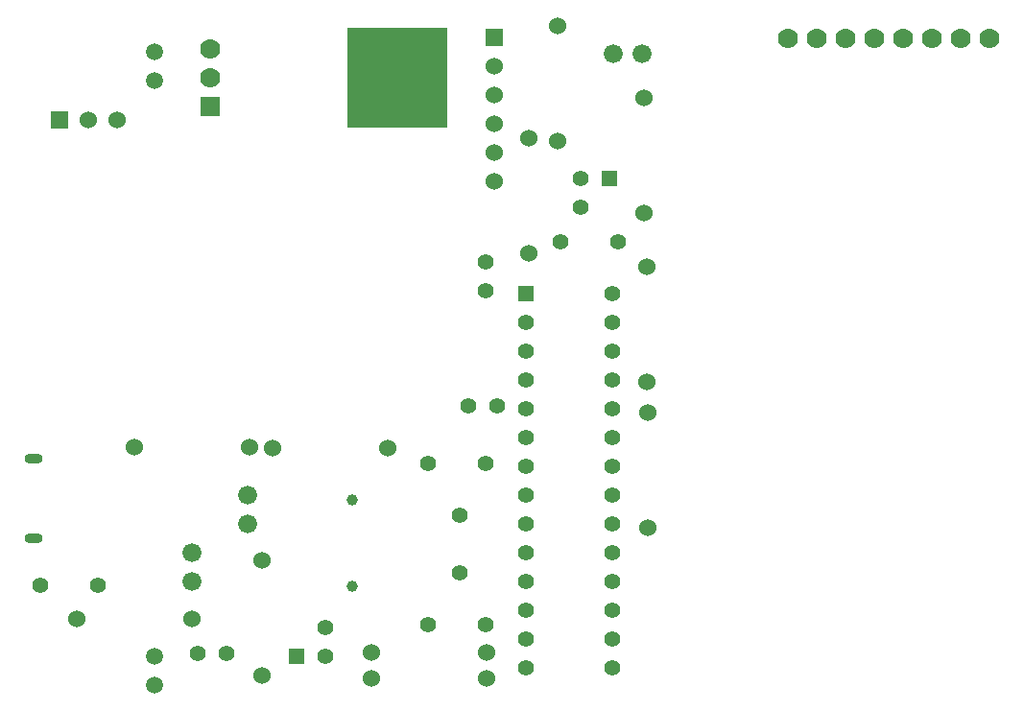
<source format=gbs>
G04 (created by PCBNEW (2013-07-07 BZR 4022)-stable) date 4/28/2015 11:34:22 PM*
%MOIN*%
G04 Gerber Fmt 3.4, Leading zero omitted, Abs format*
%FSLAX34Y34*%
G01*
G70*
G90*
G04 APERTURE LIST*
%ADD10C,0.00590551*%
%ADD11C,0.055*%
%ADD12R,0.055X0.055*%
%ADD13C,0.06*%
%ADD14R,0.06X0.06*%
%ADD15C,0.066*%
%ADD16C,0.056*%
%ADD17C,0.07*%
%ADD18O,0.0629921X0.0354331*%
%ADD19C,0.0590551*%
%ADD20R,0.07X0.07*%
%ADD21R,0.35X0.35*%
%ADD22C,0.0393701*%
G04 APERTURE END LIST*
G54D10*
G54D11*
X30400Y-20100D03*
X30400Y-21100D03*
X30400Y-22100D03*
X30400Y-23100D03*
X30400Y-24100D03*
X30400Y-25100D03*
X30400Y-26100D03*
X30400Y-27100D03*
X30400Y-28100D03*
X30400Y-29100D03*
X30400Y-30100D03*
X30400Y-31100D03*
X30400Y-32100D03*
G54D12*
X30400Y-19100D03*
G54D11*
X33400Y-32100D03*
X33400Y-31100D03*
X33400Y-30100D03*
X33400Y-29100D03*
X33400Y-28100D03*
X33400Y-27100D03*
X33400Y-26100D03*
X33400Y-25100D03*
X33400Y-24100D03*
X33400Y-23100D03*
X33400Y-22100D03*
X33400Y-21100D03*
X33400Y-20100D03*
X33400Y-19100D03*
G54D12*
X22450Y-31675D03*
G54D11*
X23450Y-31675D03*
X23450Y-30675D03*
G54D13*
X31510Y-9780D03*
X31510Y-13780D03*
X25025Y-31550D03*
X29025Y-31550D03*
X14800Y-30400D03*
X18800Y-30400D03*
X34635Y-23215D03*
X34635Y-27215D03*
X30500Y-17700D03*
X30500Y-13700D03*
X21600Y-24450D03*
X25600Y-24450D03*
X25025Y-32450D03*
X29025Y-32450D03*
X16800Y-24425D03*
X20800Y-24425D03*
G54D14*
X29300Y-10200D03*
G54D13*
X29300Y-11200D03*
X29300Y-12200D03*
X29300Y-13200D03*
X29300Y-14200D03*
X29300Y-15200D03*
G54D15*
X18800Y-29100D03*
X18800Y-28100D03*
X34425Y-10750D03*
X33425Y-10750D03*
X20750Y-26100D03*
X20750Y-27100D03*
G54D16*
X28100Y-28800D03*
X28100Y-26800D03*
G54D11*
X15550Y-29225D03*
X13550Y-29225D03*
X31600Y-17300D03*
X33600Y-17300D03*
X27000Y-30600D03*
X29000Y-30600D03*
X27000Y-25000D03*
X29000Y-25000D03*
X19000Y-31600D03*
X20000Y-31600D03*
X29000Y-19000D03*
X29000Y-18000D03*
X29400Y-23000D03*
X28400Y-23000D03*
G54D17*
X46520Y-10208D03*
X45520Y-10208D03*
X44520Y-10208D03*
X43520Y-10208D03*
X42519Y-10208D03*
X41520Y-10208D03*
X40520Y-10208D03*
X39520Y-10208D03*
G54D18*
X13300Y-24822D03*
X13300Y-27577D03*
G54D19*
X17500Y-11700D03*
X17500Y-10700D03*
X17500Y-32700D03*
X17500Y-31700D03*
G54D20*
X19450Y-12600D03*
G54D17*
X19450Y-10600D03*
X19450Y-11600D03*
G54D21*
X25950Y-11600D03*
G54D12*
X33310Y-15080D03*
G54D11*
X32310Y-15080D03*
X32310Y-16080D03*
G54D13*
X34610Y-22160D03*
X34610Y-18160D03*
X34500Y-16275D03*
X34500Y-12275D03*
G54D14*
X14200Y-13050D03*
G54D13*
X15200Y-13050D03*
X16200Y-13050D03*
G54D22*
X24375Y-26253D03*
X24375Y-29246D03*
G54D13*
X21240Y-32360D03*
X21240Y-28360D03*
M02*

</source>
